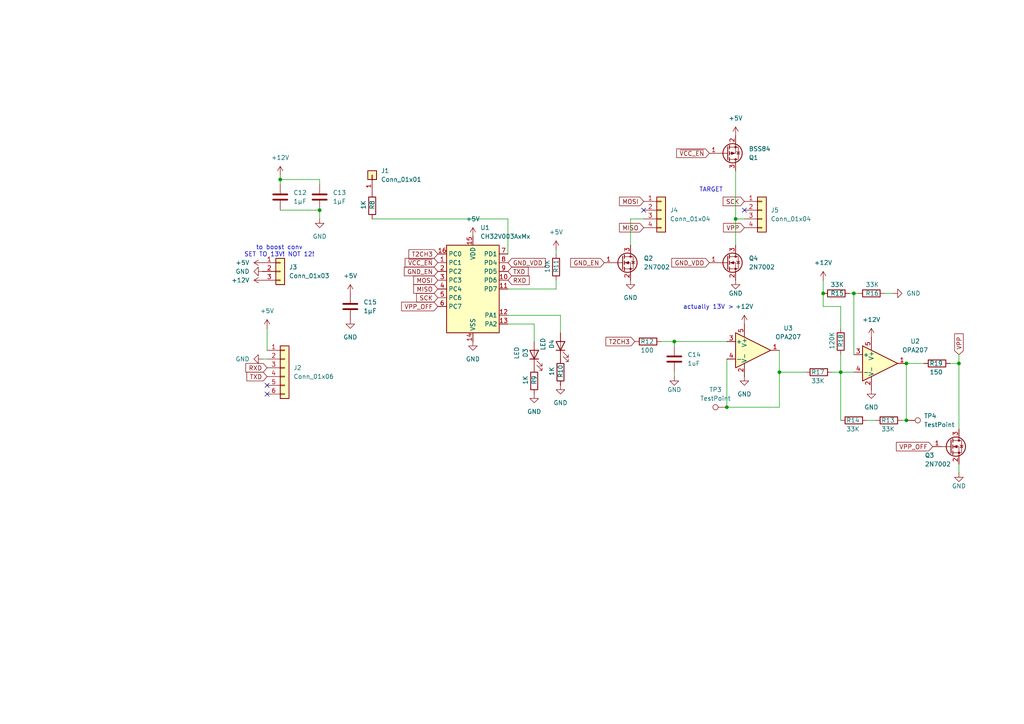
<source format=kicad_sch>
(kicad_sch (version 20250114) (generator "eeschema") (generator_version "9.0")
  (paper "A4")
  (lib_symbols
    (symbol "Connector:TestPoint" (pin_numbers (hide yes)) (pin_names (offset 0.762) (hide yes))
      (property "Reference" "TP" (at 0 6.858 0))
      (property "Value" "TestPoint" (at 0 5.08 0))
      (symbol "TestPoint_0_1"
        (circle (center 0 3.302) (radius 0.762))
      )
      (symbol "TestPoint_1_1"
        (pin passive line (at 0 0 90) (length 2.54) (name "1") (number "1"))
      )
    )
    (symbol "Connector_Generic:Conn_01x01" (pin_names (offset 1.016) (hide yes))
      (property "Reference" "J" (at 0 2.54 0))
      (property "Value" "Conn_01x01" (at 0 -2.54 0))
      (symbol "Conn_01x01_1_1"
        (rectangle (start -1.27 1.27) (end 1.27 -1.27) (stroke (width 0.254)) (fill (type background)))
        (rectangle (start -1.27 0.127) (end 0 -0.127) (stroke (width 0.1524)))
        (pin passive line (at -5.08 0 0) (length 3.81) (name "Pin_1") (number "1"))
      )
    )
    (symbol "Connector_Generic:Conn_01x03" (pin_names (offset 1.016) (hide yes))
      (property "Reference" "J" (at 0 5.08 0))
      (property "Value" "Conn_01x03" (at 0 -5.08 0))
      (symbol "Conn_01x03_1_1"
        (rectangle (start -1.27 3.81) (end 1.27 -3.81) (stroke (width 0.254)) (fill (type background)))
        (rectangle (start -1.27 2.667) (end 0 2.413) (stroke (width 0.1524)))
        (rectangle (start -1.27 0.127) (end 0 -0.127) (stroke (width 0.1524)))
        (rectangle (start -1.27 -2.413) (end 0 -2.667) (stroke (width 0.1524)))
        (pin passive line (at -5.08 2.54 0) (length 3.81) (name "Pin_1") (number "1"))
        (pin passive line (at -5.08 0 0) (length 3.81) (name "Pin_2") (number "2"))
        (pin passive line (at -5.08 -2.54 0) (length 3.81) (name "Pin_3") (number "3"))
      )
    )
    (symbol "Connector_Generic:Conn_01x04" (pin_names (offset 1.016) (hide yes))
      (property "Reference" "J" (at 0 5.08 0))
      (property "Value" "Conn_01x04" (at 0 -7.62 0))
      (symbol "Conn_01x04_1_1"
        (rectangle (start -1.27 3.81) (end 1.27 -6.35) (stroke (width 0.254)) (fill (type background)))
        (rectangle (start -1.27 2.667) (end 0 2.413) (stroke (width 0.1524)))
        (rectangle (start -1.27 0.127) (end 0 -0.127) (stroke (width 0.1524)))
        (rectangle (start -1.27 -2.413) (end 0 -2.667) (stroke (width 0.1524)))
        (rectangle (start -1.27 -4.953) (end 0 -5.207) (stroke (width 0.1524)))
        (pin passive line (at -5.08 2.54 0) (length 3.81) (name "Pin_1") (number "1"))
        (pin passive line (at -5.08 0 0) (length 3.81) (name "Pin_2") (number "2"))
        (pin passive line (at -5.08 -2.54 0) (length 3.81) (name "Pin_3") (number "3"))
        (pin passive line (at -5.08 -5.08 0) (length 3.81) (name "Pin_4") (number "4"))
      )
    )
    (symbol "Connector_Generic:Conn_01x06" (pin_names (offset 1.016) (hide yes))
      (property "Reference" "J" (at 0 7.62 0))
      (property "Value" "Conn_01x06" (at 0 -10.16 0))
      (symbol "Conn_01x06_1_1"
        (rectangle (start -1.27 6.35) (end 1.27 -8.89) (stroke (width 0.254)) (fill (type background)))
        (rectangle (start -1.27 5.207) (end 0 4.953) (stroke (width 0.1524)))
        (rectangle (start -1.27 2.667) (end 0 2.413) (stroke (width 0.1524)))
        (rectangle (start -1.27 0.127) (end 0 -0.127) (stroke (width 0.1524)))
        (rectangle (start -1.27 -2.413) (end 0 -2.667) (stroke (width 0.1524)))
        (rectangle (start -1.27 -4.953) (end 0 -5.207) (stroke (width 0.1524)))
        (rectangle (start -1.27 -7.493) (end 0 -7.747) (stroke (width 0.1524)))
        (pin passive line (at -5.08 5.08 0) (length 3.81) (name "Pin_1") (number "1"))
        (pin passive line (at -5.08 2.54 0) (length 3.81) (name "Pin_2") (number "2"))
        (pin passive line (at -5.08 0 0) (length 3.81) (name "Pin_3") (number "3"))
        (pin passive line (at -5.08 -2.54 0) (length 3.81) (name "Pin_4") (number "4"))
        (pin passive line (at -5.08 -5.08 0) (length 3.81) (name "Pin_5") (number "5"))
        (pin passive line (at -5.08 -7.62 0) (length 3.81) (name "Pin_6") (number "6"))
      )
    )
    (symbol "Device:C" (pin_numbers (hide yes)) (pin_names (offset 0.254))
      (property "Reference" "C" (at 0.635 2.54 0))
      (property "Value" "C" (at 0.635 -2.54 0))
      (symbol "C_0_1"
        (polyline (pts (xy -2.032 0.762) (xy 2.032 0.762)) (stroke (width 0.508)))
        (polyline (pts (xy -2.032 -0.762) (xy 2.032 -0.762)) (stroke (width 0.508)))
      )
      (symbol "C_1_1"
        (pin passive line (at 0 3.81 270) (length 2.794) (name "~") (number "1"))
        (pin passive line (at 0 -3.81 90) (length 2.794) (name "~") (number "2"))
      )
    )
    (symbol "Device:LED" (pin_numbers (hide yes)) (pin_names (offset 1.016) (hide yes))
      (property "Reference" "D" (at 0 2.54 0))
      (property "Value" "LED" (at 0 -2.54 0))
      (symbol "LED_0_1"
        (polyline (pts (xy -3.048 -0.762) (xy -4.572 -2.286) (xy -3.81 -2.286) (xy -4.572 -2.286) (xy -4.572 -1.524)))
        (polyline (pts (xy -1.778 -0.762) (xy -3.302 -2.286) (xy -2.54 -2.286) (xy -3.302 -2.286) (xy -3.302 -1.524)))
        (polyline (pts (xy -1.27 0) (xy 1.27 0)))
        (polyline (pts (xy -1.27 -1.27) (xy -1.27 1.27)) (stroke (width 0.254)))
        (polyline (pts (xy 1.27 -1.27) (xy 1.27 1.27) (xy -1.27 0) (xy 1.27 -1.27)) (stroke (width 0.254)))
      )
      (symbol "LED_1_1"
        (pin passive line (at -3.81 0 0) (length 2.54) (name "K") (number "1"))
        (pin passive line (at 3.81 0 180) (length 2.54) (name "A") (number "2"))
      )
    )
    (symbol "Device:R" (pin_numbers (hide yes)) (pin_names (offset 0))
      (property "Reference" "R" (at 2.032 0 90))
      (property "Value" "R" (at 0 0 90))
      (symbol "R_0_1"
        (rectangle (start -1.016 -2.54) (end 1.016 2.54) (stroke (width 0.254)))
      )
      (symbol "R_1_1"
        (pin passive line (at 0 3.81 270) (length 1.27) (name "~") (number "1"))
        (pin passive line (at 0 -3.81 90) (length 1.27) (name "~") (number "2"))
      )
    )
    (symbol "MCU_WCH_CH32V0:CH32V003AxMx"
      (property "Reference" "U" (at -7.62 15.24 0))
      (property "Value" "CH32V003AxMx" (at 7.62 15.24 0))
      (symbol "CH32V003AxMx_1_1"
        (rectangle (start -7.62 12.7) (end 7.62 -12.7) (stroke (width 0.254)) (fill (type background)))
        (pin bidirectional line (at -10.16 10.16 0) (length 2.54) (name "PC0") (number "16"))
        (pin bidirectional line (at -10.16 7.62 0) (length 2.54) (name "PC1") (number "1"))
        (pin bidirectional line (at -10.16 5.08 0) (length 2.54) (name "PC2") (number "2"))
        (pin bidirectional line (at -10.16 2.54 0) (length 2.54) (name "PC3") (number "3"))
        (pin bidirectional line (at -10.16 0 0) (length 2.54) (name "PC4") (number "4"))
        (pin bidirectional line (at -10.16 -2.54 0) (length 2.54) (name "PC6") (number "5"))
        (pin bidirectional line (at -10.16 -5.08 0) (length 2.54) (name "PC7") (number "6"))
        (pin power_in line (at 0 15.24 270) (length 2.54) (name "VDD") (number "15"))
        (pin power_in line (at 0 -15.24 90) (length 2.54) (name "VSS") (number "14"))
        (pin bidirectional line (at 10.16 10.16 180) (length 2.54) (name "PD1") (number "7"))
        (pin bidirectional line (at 10.16 7.62 180) (length 2.54) (name "PD4") (number "8"))
        (pin bidirectional line (at 10.16 5.08 180) (length 2.54) (name "PD5") (number "9"))
        (pin bidirectional line (at 10.16 2.54 180) (length 2.54) (name "PD6") (number "10"))
        (pin bidirectional line (at 10.16 0 180) (length 2.54) (name "PD7") (number "11"))
        (pin bidirectional line (at 10.16 -7.62 180) (length 2.54) (name "PA1") (number "12"))
        (pin bidirectional line (at 10.16 -10.16 180) (length 2.54) (name "PA2") (number "13"))
      )
    )
    (symbol "TholinsStuff:OPA203" (pin_names (offset 0.127))
      (property "Reference" "U" (at 0 6.35 0))
      (property "Value" "OPA203" (at 0 3.81 0))
      (symbol "OPA203_0_1"
        (polyline (pts (xy -5.08 5.08) (xy 5.08 0) (xy -5.08 -5.08) (xy -5.08 5.08)) (stroke (width 0.254)) (fill (type background)))
      )
      (symbol "OPA203_1_1"
        (pin input line (at -7.62 2.54 0) (length 2.54) (name "+") (number "3"))
        (pin input line (at -7.62 -2.54 0) (length 2.54) (name "-") (number "4"))
        (pin power_in line (at -2.54 7.62 270) (length 3.81) (name "V+") (number "5"))
        (pin power_in line (at -2.54 -7.62 90) (length 3.81) (name "V-") (number "2"))
        (pin output line (at 7.62 0 180) (length 2.54) (name "~") (number "1"))
      )
    )
    (symbol "Transistor_FET:2N7002" (pin_names (hide yes))
      (property "Reference" "Q" (at 5.08 1.905 0))
      (property "Value" "2N7002" (at 5.08 0 0))
      (symbol "2N7002_0_1"
        (polyline (pts (xy 0.254 1.905) (xy 0.254 -1.905)) (stroke (width 0.254)))
        (polyline (pts (xy 0.254 0) (xy -2.54 0)))
        (polyline (pts (xy 0.762 2.286) (xy 0.762 1.27)) (stroke (width 0.254)))
        (polyline (pts (xy 0.762 0.508) (xy 0.762 -0.508)) (stroke (width 0.254)))
        (polyline (pts (xy 0.762 -1.27) (xy 0.762 -2.286)) (stroke (width 0.254)))
        (polyline (pts (xy 0.762 -1.778) (xy 3.302 -1.778) (xy 3.302 1.778) (xy 0.762 1.778)))
        (polyline (pts (xy 1.016 0) (xy 2.032 0.381) (xy 2.032 -0.381) (xy 1.016 0)) (fill (type outline)))
        (circle (center 1.651 0) (radius 2.794) (stroke (width 0.254)))
        (polyline (pts (xy 2.54 2.54) (xy 2.54 1.778)))
        (circle (center 2.54 1.778) (radius 0.254) (fill (type outline)))
        (circle (center 2.54 -1.778) (radius 0.254) (fill (type outline)))
        (polyline (pts (xy 2.54 -2.54) (xy 2.54 0) (xy 0.762 0)))
        (polyline (pts (xy 2.794 0.508) (xy 2.921 0.381) (xy 3.683 0.381) (xy 3.81 0.254)))
        (polyline (pts (xy 3.302 0.381) (xy 2.921 -0.254) (xy 3.683 -0.254) (xy 3.302 0.381)))
      )
      (symbol "2N7002_1_1"
        (pin input line (at -5.08 0 0) (length 2.54) (name "G") (number "1"))
        (pin passive line (at 2.54 5.08 270) (length 2.54) (name "D") (number "3"))
        (pin passive line (at 2.54 -5.08 90) (length 2.54) (name "S") (number "2"))
      )
    )
    (symbol "Transistor_FET:BSS84" (pin_names (hide yes))
      (property "Reference" "Q" (at 5.08 1.905 0))
      (property "Value" "BSS84" (at 5.08 0 0))
      (symbol "BSS84_0_1"
        (polyline (pts (xy 0.254 1.905) (xy 0.254 -1.905)) (stroke (width 0.254)))
        (polyline (pts (xy 0.254 0) (xy -2.54 0)))
        (polyline (pts (xy 0.762 2.286) (xy 0.762 1.27)) (stroke (width 0.254)))
        (polyline (pts (xy 0.762 1.778) (xy 3.302 1.778) (xy 3.302 -1.778) (xy 0.762 -1.778)))
        (polyline (pts (xy 0.762 0.508) (xy 0.762 -0.508)) (stroke (width 0.254)))
        (polyline (pts (xy 0.762 -1.27) (xy 0.762 -2.286)) (stroke (width 0.254)))
        (circle (center 1.651 0) (radius 2.794) (stroke (width 0.254)))
        (polyline (pts (xy 2.286 0) (xy 1.27 0.381) (xy 1.27 -0.381) (xy 2.286 0)) (fill (type outline)))
        (polyline (pts (xy 2.54 2.54) (xy 2.54 1.778)))
        (circle (center 2.54 1.778) (radius 0.254) (fill (type outline)))
        (circle (center 2.54 -1.778) (radius 0.254) (fill (type outline)))
        (polyline (pts (xy 2.54 -2.54) (xy 2.54 0) (xy 0.762 0)))
        (polyline (pts (xy 2.794 -0.508) (xy 2.921 -0.381) (xy 3.683 -0.381) (xy 3.81 -0.254)))
        (polyline (pts (xy 3.302 -0.381) (xy 2.921 0.254) (xy 3.683 0.254) (xy 3.302 -0.381)))
      )
      (symbol "BSS84_1_1"
        (pin input line (at -5.08 0 0) (length 2.54) (name "G") (number "1"))
        (pin passive line (at 2.54 5.08 270) (length 2.54) (name "D") (number "3"))
        (pin passive line (at 2.54 -5.08 90) (length 2.54) (name "S") (number "2"))
      )
    )
    (symbol "power:+12V" (power) (pin_numbers (hide yes)) (pin_names (offset 0) (hide yes))
      (property "Value" "+12V" (at 0 3.556 0))
      (symbol "+12V_0_1"
        (polyline (pts (xy -0.762 1.27) (xy 0 2.54)))
        (polyline (pts (xy 0 2.54) (xy 0.762 1.27)))
        (polyline (pts (xy 0 0) (xy 0 2.54)))
      )
      (symbol "+12V_1_1"
        (pin power_in line (at 0 0 90) (length 0) (name "~") (number "1"))
      )
    )
    (symbol "power:+5V" (power) (pin_numbers (hide yes)) (pin_names (offset 0) (hide yes))
      (property "Value" "+5V" (at 0 3.556 0))
      (symbol "+5V_0_1"
        (polyline (pts (xy -0.762 1.27) (xy 0 2.54)))
        (polyline (pts (xy 0 2.54) (xy 0.762 1.27)))
        (polyline (pts (xy 0 0) (xy 0 2.54)))
      )
      (symbol "+5V_1_1"
        (pin power_in line (at 0 0 90) (length 0) (name "~") (number "1"))
      )
    )
    (symbol "power:GND" (power) (pin_numbers (hide yes)) (pin_names (offset 0) (hide yes))
      (property "Value" "GND" (at 0 -3.81 0))
      (symbol "GND_0_1"
        (polyline (pts (xy 0 0) (xy 0 -1.27) (xy 1.27 -1.27) (xy 0 -2.54) (xy -1.27 -1.27) (xy 0 -1.27)))
      )
      (symbol "GND_1_1"
        (pin power_in line (at 0 0 270) (length 0) (name "~") (number "1"))
      )
    )
  )
  (text "TARGET" (at 206.248 55.118 0) (effects (font (size 1.27 1.27))))
  (text "to boost conv\nSET TO 13V! NOT 12!" (at 81.026 72.898 0) (effects (font (size 1.27 1.27))))
  (text "actually 13V >" (at 205.486 89.154 0) (effects (font (size 1.27 1.27))))
  (junction (at 247.65 85.09))
  (junction (at 81.28 52.07))
  (junction (at 226.06 107.95))
  (junction (at 278.13 105.41))
  (junction (at 195.58 99.06))
  (junction (at 262.89 105.41))
  (junction (at 92.71 60.96))
  (junction (at 238.76 85.09))
  (junction (at 243.84 107.95))
  (junction (at 210.82 118.11))
  (junction (at 262.89 121.92))
  (junction (at 213.36 63.5))
  (no_connect (at 215.9 60.96))
  (no_connect (at 77.47 114.3))
  (no_connect (at 77.47 111.76))
  (no_connect (at 186.69 60.96))
  (wire (pts (xy 81.28 50.8) (xy 81.28 52.07)))
  (wire (pts (xy 182.88 63.5) (xy 186.69 63.5)))
  (wire (pts (xy 147.32 91.44) (xy 162.56 91.44)))
  (wire (pts (xy 243.84 88.9) (xy 238.76 88.9)))
  (wire (pts (xy 256.54 85.09) (xy 259.08 85.09)))
  (wire (pts (xy 262.89 105.41) (xy 262.89 121.92)))
  (wire (pts (xy 213.36 63.5) (xy 213.36 71.12)))
  (wire (pts (xy 154.94 99.06) (xy 154.94 93.98)))
  (wire (pts (xy 226.06 118.11) (xy 226.06 107.95)))
  (wire (pts (xy 76.2 104.14) (xy 77.47 104.14)))
  (wire (pts (xy 195.58 99.06) (xy 191.77 99.06)))
  (wire (pts (xy 226.06 107.95) (xy 226.06 101.6)))
  (wire (pts (xy 243.84 121.92) (xy 243.84 107.95)))
  (wire (pts (xy 215.9 63.5) (xy 213.36 63.5)))
  (wire (pts (xy 147.32 63.5) (xy 147.32 73.66)))
  (wire (pts (xy 241.3 107.95) (xy 243.84 107.95)))
  (wire (pts (xy 213.36 63.5) (xy 213.36 49.53)))
  (wire (pts (xy 107.95 63.5) (xy 147.32 63.5)))
  (wire (pts (xy 92.71 53.34) (xy 92.71 52.07)))
  (wire (pts (xy 247.65 85.09) (xy 247.65 102.87)))
  (wire (pts (xy 182.88 71.12) (xy 182.88 63.5)))
  (wire (pts (xy 92.71 60.96) (xy 81.28 60.96)))
  (wire (pts (xy 154.94 93.98) (xy 147.32 93.98)))
  (wire (pts (xy 243.84 95.25) (xy 243.84 88.9)))
  (wire (pts (xy 278.13 105.41) (xy 275.59 105.41)))
  (wire (pts (xy 161.29 72.39) (xy 161.29 73.66)))
  (wire (pts (xy 238.76 81.28) (xy 238.76 85.09)))
  (wire (pts (xy 195.58 107.95) (xy 195.58 109.22)))
  (wire (pts (xy 147.32 83.82) (xy 161.29 83.82)))
  (wire (pts (xy 278.13 124.46) (xy 278.13 105.41)))
  (wire (pts (xy 92.71 63.5) (xy 92.71 60.96)))
  (wire (pts (xy 210.82 118.11) (xy 226.06 118.11)))
  (wire (pts (xy 251.46 121.92) (xy 254 121.92)))
  (wire (pts (xy 243.84 107.95) (xy 247.65 107.95)))
  (wire (pts (xy 247.65 85.09) (xy 248.92 85.09)))
  (wire (pts (xy 161.29 83.82) (xy 161.29 81.28)))
  (wire (pts (xy 162.56 96.52) (xy 162.56 91.44)))
  (wire (pts (xy 278.13 134.62) (xy 278.13 137.16)))
  (wire (pts (xy 195.58 99.06) (xy 210.82 99.06)))
  (wire (pts (xy 278.13 102.87) (xy 278.13 105.41)))
  (wire (pts (xy 195.58 100.33) (xy 195.58 99.06)))
  (wire (pts (xy 262.89 105.41) (xy 267.97 105.41)))
  (wire (pts (xy 81.28 52.07) (xy 92.71 52.07)))
  (wire (pts (xy 243.84 102.87) (xy 243.84 107.95)))
  (wire (pts (xy 246.38 85.09) (xy 247.65 85.09)))
  (wire (pts (xy 238.76 88.9) (xy 238.76 85.09)))
  (wire (pts (xy 226.06 107.95) (xy 233.68 107.95)))
  (wire (pts (xy 262.89 121.92) (xy 261.62 121.92)))
  (wire (pts (xy 210.82 104.14) (xy 210.82 118.11)))
  (wire (pts (xy 77.47 95.25) (xy 77.47 101.6)))
  (wire (pts (xy 81.28 52.07) (xy 81.28 53.34)))
  (global_label "GND_VDD" (shape input) (at 147.32 76.2 0) (property "Intersheetrefs" "${INTERSHEET_REFS}" (effects (hide yes))))
  (global_label "TXD" (shape input) (at 77.47 109.22 180) (property "Intersheetrefs" "${INTERSHEET_REFS}" (effects (hide yes))))
  (global_label "VPP" (shape input) (at 278.13 102.87 90) (property "Intersheetrefs" "${INTERSHEET_REFS}" (effects (hide yes))))
  (global_label "T2CH3" (shape input) (at 127 73.66 180) (property "Intersheetrefs" "${INTERSHEET_REFS}" (effects (hide yes))))
  (global_label "GND_VDD" (shape input) (at 205.74 76.2 180) (property "Intersheetrefs" "${INTERSHEET_REFS}" (effects (hide yes))))
  (global_label "SCK" (shape input) (at 215.9 58.42 180) (property "Intersheetrefs" "${INTERSHEET_REFS}" (effects (hide yes))))
  (global_label "MOSI" (shape input) (at 127 81.28 180) (property "Intersheetrefs" "${INTERSHEET_REFS}" (effects (hide yes))))
  (global_label "MISO" (shape input) (at 127 83.82 180) (property "Intersheetrefs" "${INTERSHEET_REFS}" (effects (hide yes))))
  (global_label "TXD" (shape input) (at 147.32 78.74 0) (property "Intersheetrefs" "${INTERSHEET_REFS}" (effects (hide yes))))
  (global_label "SCK" (shape input) (at 127 86.36 180) (property "Intersheetrefs" "${INTERSHEET_REFS}" (effects (hide yes))))
  (global_label "GND_EN" (shape input) (at 127 78.74 180) (property "Intersheetrefs" "${INTERSHEET_REFS}" (effects (hide yes))))
  (global_label "GND_EN" (shape input) (at 175.26 76.2 180) (property "Intersheetrefs" "${INTERSHEET_REFS}" (effects (hide yes))))
  (global_label "RXD" (shape input) (at 147.32 81.28 0) (property "Intersheetrefs" "${INTERSHEET_REFS}" (effects (hide yes))))
  (global_label "VPP" (shape input) (at 215.9 66.04 180) (property "Intersheetrefs" "${INTERSHEET_REFS}" (effects (hide yes))))
  (global_label "~{VCC_EN}" (shape input) (at 127 76.2 180) (property "Intersheetrefs" "${INTERSHEET_REFS}" (effects (hide yes))))
  (global_label "T2CH3" (shape input) (at 184.15 99.06 180) (property "Intersheetrefs" "${INTERSHEET_REFS}" (effects (hide yes))))
  (global_label "RXD" (shape input) (at 77.47 106.68 180) (property "Intersheetrefs" "${INTERSHEET_REFS}" (effects (hide yes))))
  (global_label "MISO" (shape input) (at 186.69 66.04 180) (property "Intersheetrefs" "${INTERSHEET_REFS}" (effects (hide yes))))
  (global_label "VPP_OFF" (shape input) (at 270.51 129.54 180) (property "Intersheetrefs" "${INTERSHEET_REFS}" (effects (hide yes))))
  (global_label "~{VCC_EN}" (shape input) (at 205.74 44.45 180) (property "Intersheetrefs" "${INTERSHEET_REFS}" (effects (hide yes))))
  (global_label "VPP_OFF" (shape input) (at 127 88.9 180) (property "Intersheetrefs" "${INTERSHEET_REFS}" (effects (hide yes))))
  (global_label "MOSI" (shape input) (at 186.69 58.42 180) (property "Intersheetrefs" "${INTERSHEET_REFS}" (effects (hide yes))))
  (symbol (lib_id "TholinsStuff:OPA203") (at 255.27 105.41 0) (unit 1)
    (property "Reference" "U2" (at 265.43 98.9898 0))
    (property "Value" "OPA207" (at 265.43 101.5298 0))
    (property "Footprint" "Package_TO_SOT_SMD:SOT-23-5_HandSoldering" (effects (hide yes)))
    (property "Datasheet" "https://www.ti.com/lit/ds/symlink/opa207.pdf" (effects (hide yes)))
    (property "Description" "Operational Amplifier, Rail-to-Rail" (effects (hide yes)))
  )
  (symbol (lib_id "Device:R") (at 162.56 107.95 0) (unit 1)
    (property "Reference" "R10" (at 162.56 107.696 90))
    (property "Value" "1K" (at 160.02 107.696 90))
    (property "Footprint" "Resistor_SMD:R_1206_3216Metric_Pad1.30x1.75mm_HandSolder" (effects (hide yes)))
  )
  (symbol (lib_id "power:GND") (at 137.16 99.06 0) (unit 1)
    (property "Reference" "#PWR02" (effects (hide yes)))
    (property "Value" "GND" (at 137.16 104.14 0))
    (property "Description" "Power symbol creates a global label with name \"GND\" , ground" (effects (hide yes)))
  )
  (symbol (lib_id "Device:R") (at 242.57 85.09 270) (unit 1)
    (property "Reference" "R15" (at 242.824 85.09 90))
    (property "Value" "33K" (at 242.824 82.55 90))
    (property "Footprint" "Resistor_SMD:R_1206_3216Metric_Pad1.30x1.75mm_HandSolder" (effects (hide yes)))
  )
  (symbol (lib_id "Connector_Generic:Conn_01x03") (at 81.28 78.74 0) (unit 1)
    (property "Reference" "J3" (at 83.82 77.4699 0) (effects (justify left)))
    (property "Value" "Conn_01x03" (at 83.82 80.0099 0) (effects (justify left)))
    (property "Footprint" "Connector_PinHeader_2.54mm:PinHeader_1x03_P2.54mm_Vertical" (effects (hide yes)))
    (property "Description" "Generic connector, single row, 01x03, script generated (kicad-library-utils/schlib/autogen/connector/)" (effects (hide yes)))
  )
  (symbol (lib_id "Device:R") (at 252.73 85.09 270) (unit 1)
    (property "Reference" "R16" (at 252.984 85.09 90))
    (property "Value" "33K" (at 252.984 82.55 90))
    (property "Footprint" "Resistor_SMD:R_1206_3216Metric_Pad1.30x1.75mm_HandSolder" (effects (hide yes)))
  )
  (symbol (lib_id "Device:C") (at 195.58 104.14 180) (unit 1)
    (property "Reference" "C14" (at 199.39 102.8699 0) (effects (justify right)))
    (property "Value" "1uF" (at 199.39 105.4099 0) (effects (justify right)))
    (property "Footprint" "Capacitor_SMD:C_1206_3216Metric" (effects (hide yes)))
  )
  (symbol (lib_id "Device:R") (at 187.96 99.06 90) (unit 1)
    (property "Reference" "R12" (at 187.706 99.06 90))
    (property "Value" "100" (at 187.706 101.6 90))
    (property "Footprint" "Resistor_SMD:R_1206_3216Metric_Pad1.30x1.75mm_HandSolder" (effects (hide yes)))
  )
  (symbol (lib_id "Device:R") (at 237.49 107.95 90) (unit 1)
    (property "Reference" "R17" (at 237.236 107.95 90))
    (property "Value" "33K" (at 237.236 110.49 90))
    (property "Footprint" "Resistor_SMD:R_1206_3216Metric_Pad1.30x1.75mm_HandSolder" (effects (hide yes)))
  )
  (symbol (lib_id "power:GND") (at 252.73 113.03 0) (unit 1)
    (property "Reference" "#PWR012" (effects (hide yes)))
    (property "Value" "GND" (at 252.73 118.11 0))
    (property "Description" "Power symbol creates a global label with name \"GND\" , ground" (effects (hide yes)))
  )
  (symbol (lib_id "Device:C") (at 101.6 88.9 180) (unit 1)
    (property "Reference" "C15" (at 105.41 87.6299 0) (effects (justify right)))
    (property "Value" "1µF" (at 105.41 90.1699 0) (effects (justify right)))
    (property "Footprint" "Capacitor_SMD:C_0805_2012Metric_Pad1.18x1.45mm_HandSolder" (effects (hide yes)))
  )
  (symbol (lib_id "power:GND") (at 76.2 104.14 270) (unit 1)
    (property "Reference" "#PWR079" (effects (hide yes)))
    (property "Value" "GND" (at 72.39 104.14 90) (effects (justify right)))
  )
  (symbol (lib_id "Connector_Generic:Conn_01x06") (at 82.55 106.68 0) (unit 1)
    (property "Reference" "J2" (at 85.09 106.68 0) (effects (justify left)))
    (property "Value" "Conn_01x06" (at 85.09 109.22 0) (effects (justify left)))
    (property "Footprint" "Connector_PinSocket_2.54mm:PinSocket_1x06_P2.54mm_Vertical" (effects (hide yes)))
  )
  (symbol (lib_id "TholinsStuff:OPA203") (at 218.44 101.6 0) (unit 1)
    (property "Reference" "U3" (at 228.6 95.1798 0))
    (property "Value" "OPA207" (at 228.6 97.7198 0))
    (property "Footprint" "Package_TO_SOT_SMD:SOT-23-5_HandSoldering" (effects (hide yes)))
    (property "Datasheet" "https://www.ti.com/lit/ds/symlink/opa207.pdf" (effects (hide yes)))
    (property "Description" "Operational Amplifier, Rail-to-Rail" (effects (hide yes)))
  )
  (symbol (lib_id "Connector_Generic:Conn_01x04") (at 220.98 60.96 0) (unit 1)
    (property "Reference" "J5" (at 223.52 60.9599 0) (effects (justify left)))
    (property "Value" "Conn_01x04" (at 223.52 63.4999 0) (effects (justify left)))
    (property "Footprint" "Connector_PinHeader_2.54mm:PinHeader_1x04_P2.54mm_Vertical" (effects (hide yes)))
    (property "Description" "Generic connector, single row, 01x04, script generated (kicad-library-utils/schlib/autogen/connector/)" (effects (hide yes)))
  )
  (symbol (lib_id "Transistor_FET:2N7002") (at 180.34 76.2 0) (unit 1)
    (property "Reference" "Q2" (at 186.69 74.9299 0) (effects (justify left)))
    (property "Value" "2N7002" (at 186.69 77.4699 0) (effects (justify left)))
    (property "Footprint" "Package_TO_SOT_SMD:SOT-23" (effects (hide yes)))
    (property "Datasheet" "https://www.onsemi.com/pub/Collateral/NDS7002A-D.PDF" (effects (hide yes)))
    (property "Description" "0.115A Id, 60V Vds, N-Channel MOSFET, SOT-23" (effects (hide yes)))
  )
  (symbol (lib_id "Device:R") (at 107.95 59.69 0) (unit 1)
    (property "Reference" "R8" (at 107.95 59.436 90))
    (property "Value" "1K" (at 105.41 59.436 90))
    (property "Footprint" "Resistor_SMD:R_1206_3216Metric_Pad1.30x1.75mm_HandSolder" (effects (hide yes)))
  )
  (symbol (lib_id "Device:C") (at 81.28 57.15 180) (unit 1)
    (property "Reference" "C12" (at 85.09 55.8799 0) (effects (justify right)))
    (property "Value" "1µF" (at 85.09 58.4199 0) (effects (justify right)))
    (property "Footprint" "Capacitor_SMD:C_0805_2012Metric_Pad1.18x1.45mm_HandSolder" (effects (hide yes)))
  )
  (symbol (lib_id "Device:R") (at 247.65 121.92 90) (unit 1)
    (property "Reference" "R14" (at 247.396 121.92 90))
    (property "Value" "33K" (at 247.396 124.46 90))
    (property "Footprint" "Resistor_SMD:R_1206_3216Metric_Pad1.30x1.75mm_HandSolder" (effects (hide yes)))
  )
  (symbol (lib_id "Device:R") (at 161.29 77.47 0) (unit 1)
    (property "Reference" "R11" (at 161.29 77.216 90))
    (property "Value" "10K" (at 158.75 77.216 90))
    (property "Footprint" "Resistor_SMD:R_1206_3216Metric_Pad1.30x1.75mm_HandSolder" (effects (hide yes)))
  )
  (symbol (lib_id "power:GND") (at 213.36 81.28 0) (unit 1)
    (property "Reference" "#PWR021" (effects (hide yes)))
    (property "Value" "GND" (at 213.36 85.09 0))
    (property "Description" "Power symbol creates a global label with name \"GND\" , ground" (effects (hide yes)))
  )
  (symbol (lib_id "Device:LED") (at 154.94 102.87 90) (unit 1)
    (property "Reference" "D3" (at 152.4 102.362 0))
    (property "Value" "LED" (at 149.86 102.362 0))
    (property "Footprint" "LED_SMD:LED_1206_3216Metric_Pad1.42x1.75mm_HandSolder" (effects (hide yes)))
  )
  (symbol (lib_id "power:+5V") (at 101.6 85.09 0) (unit 1)
    (property "Reference" "#PWR022" (effects (hide yes)))
    (property "Value" "+5V" (at 101.6 80.01 0))
    (property "Description" "Power symbol creates a global label with name \"+5V\"" (effects (hide yes)))
  )
  (symbol (lib_id "power:GND") (at 162.56 111.76 0) (unit 1)
    (property "Reference" "#PWR015" (effects (hide yes)))
    (property "Value" "GND" (at 162.56 116.84 0))
    (property "Description" "Power symbol creates a global label with name \"GND\" , ground" (effects (hide yes)))
  )
  (symbol (lib_id "power:+5V") (at 137.16 68.58 0) (unit 1)
    (property "Reference" "#PWR01" (effects (hide yes)))
    (property "Value" "+5V" (at 137.16 63.5 0))
    (property "Description" "Power symbol creates a global label with name \"+5V\"" (effects (hide yes)))
  )
  (symbol (lib_id "power:+5V") (at 77.47 95.25 0) (unit 1)
    (property "Reference" "#PWR04" (effects (hide yes)))
    (property "Value" "+5V" (at 77.47 90.17 0))
    (property "Description" "Power symbol creates a global label with name \"+5V\"" (effects (hide yes)))
  )
  (symbol (lib_id "MCU_WCH_CH32V0:CH32V003AxMx") (at 137.16 83.82 0) (unit 1)
    (property "Reference" "U1" (at 139.3033 66.04 0) (effects (justify left)))
    (property "Value" "CH32V003AxMx" (at 139.3033 68.58 0) (effects (justify left)))
    (property "Footprint" "Package_SO:SOP-16_3.9x9.9mm_P1.27mm" (effects (hide yes)))
    (property "Datasheet" "https://www.wch-ic.com/products/CH32V003.html" (effects (hide yes)))
    (property "Description" "CH32V003 series are industrial-grade general-purpose microcontrollers designed based on 32-bit RISC-V instruction set and architecture. It adopts QingKe V2A core, RV32EC instruction set, and supports 2 levels of interrupt nesting. The series are mounted with rich peripheral interfaces and function modules. Its internal organizational structure meets the low-cost and low-power embedded application scenarios." (effects (hide yes)))
  )
  (symbol (lib_id "Device:C") (at 92.71 57.15 180) (unit 1)
    (property "Reference" "C13" (at 96.52 55.8799 0) (effects (justify right)))
    (property "Value" "1µF" (at 96.52 58.4199 0) (effects (justify right)))
    (property "Footprint" "Capacitor_SMD:C_0805_2012Metric_Pad1.18x1.45mm_HandSolder" (effects (hide yes)))
  )
  (symbol (lib_id "power:GND") (at 182.88 81.28 0) (unit 1)
    (property "Reference" "#PWR09" (effects (hide yes)))
    (property "Value" "GND" (at 182.88 86.36 0))
    (property "Description" "Power symbol creates a global label with name \"GND\" , ground" (effects (hide yes)))
  )
  (symbol (lib_id "power:+12V") (at 238.76 81.28 0) (unit 1)
    (property "Reference" "#PWR018" (effects (hide yes)))
    (property "Value" "+12V" (at 238.76 76.2 0))
    (property "Description" "Power symbol creates a global label with name \"+12V\"" (effects (hide yes)))
  )
  (symbol (lib_id "power:GND") (at 101.6 92.71 0) (unit 1)
    (property "Reference" "#PWR023" (effects (hide yes)))
    (property "Value" "GND" (at 101.6 97.79 0))
    (property "Description" "Power symbol creates a global label with name \"GND\" , ground" (effects (hide yes)))
  )
  (symbol (lib_id "Connector:TestPoint") (at 262.89 121.92 270) (unit 1)
    (property "Reference" "TP4" (at 267.97 120.6499 90) (effects (justify left)))
    (property "Value" "TestPoint" (at 267.97 123.1899 90) (effects (justify left)))
    (property "Footprint" "TestPoint:TestPoint_Keystone_5019_Miniature" (effects (hide yes)))
    (property "Description" "test point" (effects (hide yes)))
  )
  (symbol (lib_id "power:+12V") (at 76.2 81.28 90) (unit 1)
    (property "Reference" "#PWR06" (effects (hide yes)))
    (property "Value" "+12V" (at 72.39 81.2799 90) (effects (justify left)))
    (property "Description" "Power symbol creates a global label with name \"+12V\"" (effects (hide yes)))
  )
  (symbol (lib_id "power:+12V") (at 215.9 93.98 0) (unit 1)
    (property "Reference" "#PWR013" (effects (hide yes)))
    (property "Value" "+12V" (at 215.9 88.9 0))
    (property "Description" "Power symbol creates a global label with name \"+12V\"" (effects (hide yes)))
  )
  (symbol (lib_id "power:+12V") (at 252.73 97.79 0) (unit 1)
    (property "Reference" "#PWR011" (effects (hide yes)))
    (property "Value" "+12V" (at 252.73 92.71 0))
    (property "Description" "Power symbol creates a global label with name \"+12V\"" (effects (hide yes)))
  )
  (symbol (lib_id "Transistor_FET:2N7002") (at 210.82 76.2 0) (unit 1)
    (property "Reference" "Q4" (at 217.17 74.9299 0) (effects (justify left)))
    (property "Value" "2N7002" (at 217.17 77.4699 0) (effects (justify left)))
    (property "Footprint" "Package_TO_SOT_SMD:SOT-23" (effects (hide yes)))
    (property "Datasheet" "https://www.onsemi.com/pub/Collateral/NDS7002A-D.PDF" (effects (hide yes)))
    (property "Description" "0.115A Id, 60V Vds, N-Channel MOSFET, SOT-23" (effects (hide yes)))
  )
  (symbol (lib_id "power:GND") (at 215.9 109.22 0) (unit 1)
    (property "Reference" "#PWR014" (effects (hide yes)))
    (property "Value" "GND" (at 215.9 114.3 0))
    (property "Description" "Power symbol creates a global label with name \"GND\" , ground" (effects (hide yes)))
  )
  (symbol (lib_id "power:+5V") (at 161.29 72.39 0) (unit 1)
    (property "Reference" "#PWR016" (effects (hide yes)))
    (property "Value" "+5V" (at 161.29 67.31 0))
    (property "Description" "Power symbol creates a global label with name \"+5V\"" (effects (hide yes)))
  )
  (symbol (lib_id "power:+5V") (at 76.2 76.2 90) (unit 1)
    (property "Reference" "#PWR05" (effects (hide yes)))
    (property "Value" "+5V" (at 72.39 76.1999 90) (effects (justify left)))
    (property "Description" "Power symbol creates a global label with name \"+5V\"" (effects (hide yes)))
  )
  (symbol (lib_id "Device:LED") (at 162.56 100.33 90) (unit 1)
    (property "Reference" "D4" (at 160.02 99.822 0))
    (property "Value" "LED" (at 157.48 99.822 0))
    (property "Footprint" "LED_SMD:LED_1206_3216Metric_Pad1.42x1.75mm_HandSolder" (effects (hide yes)))
  )
  (symbol (lib_id "Device:R") (at 243.84 99.06 0) (unit 1)
    (property "Reference" "R18" (at 243.84 98.806 90))
    (property "Value" "120K" (at 241.3 98.806 90))
    (property "Footprint" "Resistor_SMD:R_1206_3216Metric_Pad1.30x1.75mm_HandSolder" (effects (hide yes)))
  )
  (symbol (lib_id "power:GND") (at 195.58 109.22 0) (unit 1)
    (property "Reference" "#PWR017" (effects (hide yes)))
    (property "Value" "GND" (at 195.58 113.03 0))
    (property "Description" "Power symbol creates a global label with name \"GND\" , ground" (effects (hide yes)))
  )
  (symbol (lib_id "power:+12V") (at 81.28 50.8 0) (unit 1)
    (property "Reference" "#PWR07" (effects (hide yes)))
    (property "Value" "+12V" (at 81.28 45.72 0))
    (property "Description" "Power symbol creates a global label with name \"+12V\"" (effects (hide yes)))
  )
  (symbol (lib_id "power:GND") (at 92.71 63.5 0) (unit 1)
    (property "Reference" "#PWR08" (effects (hide yes)))
    (property "Value" "GND" (at 92.71 68.58 0))
    (property "Description" "Power symbol creates a global label with name \"GND\" , ground" (effects (hide yes)))
  )
  (symbol (lib_id "power:GND") (at 259.08 85.09 90) (unit 1)
    (property "Reference" "#PWR019" (effects (hide yes)))
    (property "Value" "GND" (at 262.89 85.0899 90) (effects (justify right)))
    (property "Description" "Power symbol creates a global label with name \"GND\" , ground" (effects (hide yes)))
  )
  (symbol (lib_id "power:GND") (at 154.94 114.3 0) (unit 1)
    (property "Reference" "#PWR03" (effects (hide yes)))
    (property "Value" "GND" (at 154.94 119.38 0))
    (property "Description" "Power symbol creates a global label with name \"GND\" , ground" (effects (hide yes)))
  )
  (symbol (lib_id "power:+5V") (at 213.36 39.37 0) (unit 1)
    (property "Reference" "#PWR010" (effects (hide yes)))
    (property "Value" "+5V" (at 213.36 34.29 0))
    (property "Description" "Power symbol creates a global label with name \"+5V\"" (effects (hide yes)))
  )
  (symbol (lib_id "Transistor_FET:2N7002") (at 275.59 129.54 0) (unit 1)
    (property "Reference" "Q3" (at 268.224 132.08 0) (effects (justify left)))
    (property "Value" "2N7002" (at 268.224 134.62 0) (effects (justify left)))
    (property "Footprint" "Package_TO_SOT_SMD:SOT-23" (effects (hide yes)))
    (property "Datasheet" "https://www.onsemi.com/pub/Collateral/NDS7002A-D.PDF" (effects (hide yes)))
    (property "Description" "0.115A Id, 60V Vds, N-Channel MOSFET, SOT-23" (effects (hide yes)))
  )
  (symbol (lib_id "power:GND") (at 278.13 137.16 0) (unit 1)
    (property "Reference" "#PWR020" (effects (hide yes)))
    (property "Value" "GND" (at 278.13 140.97 0))
    (property "Description" "Power symbol creates a global label with name \"GND\" , ground" (effects (hide yes)))
  )
  (symbol (lib_id "Connector_Generic:Conn_01x04") (at 191.77 60.96 0) (unit 1)
    (property "Reference" "J4" (at 194.31 60.9599 0) (effects (justify left)))
    (property "Value" "Conn_01x04" (at 194.31 63.4999 0) (effects (justify left)))
    (property "Footprint" "Connector_PinHeader_2.54mm:PinHeader_1x04_P2.54mm_Vertical" (effects (hide yes)))
    (property "Description" "Generic connector, single row, 01x04, script generated (kicad-library-utils/schlib/autogen/connector/)" (effects (hide yes)))
  )
  (symbol (lib_id "Connector_Generic:Conn_01x01") (at 107.95 50.8 90) (unit 1)
    (property "Reference" "J1" (at 110.49 49.5299 90) (effects (justify right)))
    (property "Value" "Conn_01x01" (at 110.49 52.0699 90) (effects (justify right)))
    (property "Footprint" "Connector_PinHeader_2.54mm:PinHeader_1x01_P2.54mm_Vertical" (effects (hide yes)))
    (property "Description" "Generic connector, single row, 01x01, script generated (kicad-library-utils/schlib/autogen/connector/)" (effects (hide yes)))
  )
  (symbol (lib_id "Transistor_FET:BSS84") (at 210.82 44.45 0) (mirror x) (unit 1)
    (property "Reference" "Q1" (at 217.17 45.7201 0) (effects (justify left)))
    (property "Value" "BSS84" (at 217.17 43.1801 0) (effects (justify left)))
    (property "Footprint" "Package_TO_SOT_SMD:SOT-23" (effects (hide yes)))
    (property "Datasheet" "http://assets.nexperia.com/documents/data-sheet/BSS84.pdf" (effects (hide yes)))
    (property "Description" "-0.13A Id, -50V Vds, P-Channel MOSFET, SOT-23" (effects (hide yes)))
  )
  (symbol (lib_id "power:GND") (at 76.2 78.74 270) (unit 1)
    (property "Reference" "#PWR080" (effects (hide yes)))
    (property "Value" "GND" (at 72.39 78.74 90) (effects (justify right)))
  )
  (symbol (lib_id "Device:R") (at 271.78 105.41 90) (unit 1)
    (property "Reference" "R19" (at 271.526 105.41 90))
    (property "Value" "150" (at 271.526 107.95 90))
    (property "Footprint" "Resistor_SMD:R_1206_3216Metric_Pad1.30x1.75mm_HandSolder" (effects (hide yes)))
  )
  (symbol (lib_id "Device:R") (at 154.94 110.49 0) (unit 1)
    (property "Reference" "R9" (at 154.94 110.236 90))
    (property "Value" "1K" (at 152.4 110.236 90))
    (property "Footprint" "Resistor_SMD:R_1206_3216Metric_Pad1.30x1.75mm_HandSolder" (effects (hide yes)))
  )
  (symbol (lib_id "Connector:TestPoint") (at 210.82 118.11 90) (unit 1)
    (property "Reference" "TP3" (at 207.518 113.03 90))
    (property "Value" "TestPoint" (at 207.518 115.57 90))
    (property "Footprint" "TestPoint:TestPoint_Keystone_5019_Miniature" (effects (hide yes)))
    (property "Description" "test point" (effects (hide yes)))
  )
  (symbol (lib_id "Device:R") (at 257.81 121.92 90) (unit 1)
    (property "Reference" "R13" (at 257.556 121.92 90))
    (property "Value" "33K" (at 257.556 124.46 90))
    (property "Footprint" "Resistor_SMD:R_1206_3216Metric_Pad1.30x1.75mm_HandSolder" (effects (hide yes)))
  )
)
</source>
